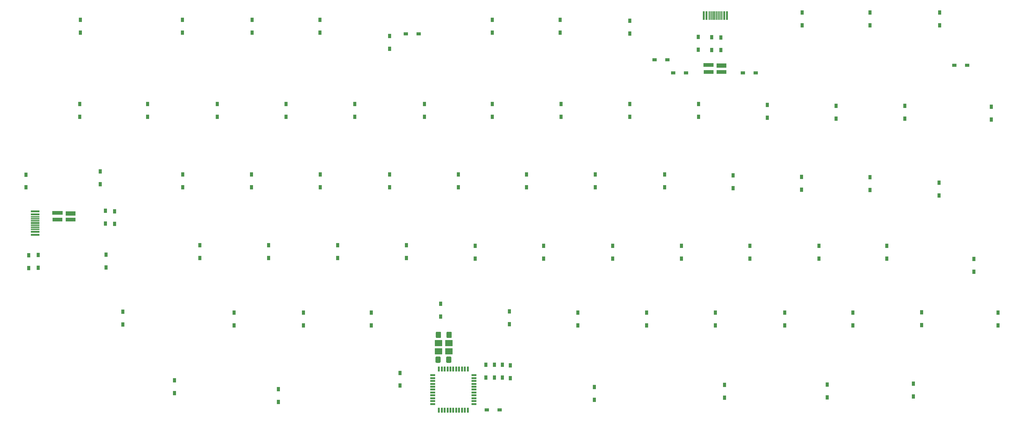
<source format=gbp>
%TF.GenerationSoftware,KiCad,Pcbnew,(5.1.6)-1*%
%TF.CreationDate,2020-07-30T22:43:25+09:00*%
%TF.ProjectId,keyboard_v2,6b657962-6f61-4726-945f-76322e6b6963,rev?*%
%TF.SameCoordinates,Original*%
%TF.FileFunction,Paste,Bot*%
%TF.FilePolarity,Positive*%
%FSLAX46Y46*%
G04 Gerber Fmt 4.6, Leading zero omitted, Abs format (unit mm)*
G04 Created by KiCad (PCBNEW (5.1.6)-1) date 2020-07-30 22:43:25*
%MOMM*%
%LPD*%
G01*
G04 APERTURE LIST*
%ADD10R,0.600000X2.450000*%
%ADD11R,0.300000X2.450000*%
%ADD12R,0.950000X1.300000*%
%ADD13R,0.508000X1.473200*%
%ADD14R,1.473200X0.508000*%
%ADD15R,2.800000X1.200000*%
%ADD16R,2.800000X1.000000*%
%ADD17C,0.100000*%
%ADD18R,1.300000X0.950000*%
%ADD19R,2.450000X0.300000*%
%ADD20R,2.450000X0.600000*%
%ADD21R,2.100000X1.800000*%
G04 APERTURE END LIST*
D10*
%TO.C,USB2*%
X506104200Y83696400D03*
X499654200Y83696400D03*
X505329200Y83696400D03*
X500429200Y83696400D03*
D11*
X501129200Y83696400D03*
X504629200Y83696400D03*
X501629200Y83696400D03*
X504129200Y83696400D03*
X502129200Y83696400D03*
X503629200Y83696400D03*
X503129200Y83696400D03*
X502629200Y83696400D03*
%TD*%
%TO.C,C1*%
G36*
G01*
X425397500Y-5555000D02*
X425397500Y-4305000D01*
G75*
G02*
X425647500Y-4055000I250000J0D01*
G01*
X426572500Y-4055000D01*
G75*
G02*
X426822500Y-4305000I0J-250000D01*
G01*
X426822500Y-5555000D01*
G75*
G02*
X426572500Y-5805000I-250000J0D01*
G01*
X425647500Y-5805000D01*
G75*
G02*
X425397500Y-5555000I0J250000D01*
G01*
G37*
G36*
G01*
X428372500Y-5555000D02*
X428372500Y-4305000D01*
G75*
G02*
X428622500Y-4055000I250000J0D01*
G01*
X429547500Y-4055000D01*
G75*
G02*
X429797500Y-4305000I0J-250000D01*
G01*
X429797500Y-5555000D01*
G75*
G02*
X429547500Y-5805000I-250000J0D01*
G01*
X428622500Y-5805000D01*
G75*
G02*
X428372500Y-5555000I0J250000D01*
G01*
G37*
%TD*%
D12*
%TO.C,R1*%
X333850000Y29505000D03*
X333850000Y25955000D03*
%TD*%
D13*
%TO.C,U1*%
X426247400Y-25863000D03*
X427034800Y-25863000D03*
X427847600Y-25863000D03*
X428635000Y-25863000D03*
X429447800Y-25863000D03*
X430235200Y-25863000D03*
X431022600Y-25863000D03*
X431835400Y-25863000D03*
X432622800Y-25863000D03*
X433435600Y-25863000D03*
X434223000Y-25863000D03*
D14*
X435975600Y-24110400D03*
X435975600Y-23323000D03*
X435975600Y-22510200D03*
X435975600Y-21722800D03*
X435975600Y-20910000D03*
X435975600Y-20122600D03*
X435975600Y-19335200D03*
X435975600Y-18522400D03*
X435975600Y-17735000D03*
X435975600Y-16922200D03*
X435975600Y-16134800D03*
D13*
X434223000Y-14382200D03*
X433435600Y-14382200D03*
X432622800Y-14382200D03*
X431835400Y-14382200D03*
X431022600Y-14382200D03*
X430235200Y-14382200D03*
X429447800Y-14382200D03*
X428635000Y-14382200D03*
X427847600Y-14382200D03*
X427034800Y-14382200D03*
X426247400Y-14382200D03*
D14*
X424494800Y-16134800D03*
X424494800Y-16922200D03*
X424494800Y-17735000D03*
X424494800Y-18522400D03*
X424494800Y-19335200D03*
X424494800Y-20122600D03*
X424494800Y-20910000D03*
X424494800Y-21722800D03*
X424494800Y-22510200D03*
X424494800Y-23323000D03*
X424494800Y-24110400D03*
%TD*%
D15*
%TO.C,D74*%
X504572200Y69794400D03*
D16*
X504572200Y68074400D03*
X500972200Y68074400D03*
D17*
G36*
X499572200Y70474400D02*
G01*
X502372200Y70474400D01*
X502372200Y69474400D01*
X499572200Y69474400D01*
X499572200Y70474400D01*
G37*
%TD*%
D18*
%TO.C,R8*%
X443087300Y-25768300D03*
X439537300Y-25768300D03*
%TD*%
D12*
%TO.C,C3*%
X415508440Y-19021600D03*
X415508440Y-15471600D03*
%TD*%
%TO.C,R2*%
X336430000Y29405000D03*
X336430000Y25855000D03*
%TD*%
%TO.C,D5*%
X412582200Y78070800D03*
X412582200Y74520800D03*
%TD*%
D18*
%TO.C,R7*%
X510502200Y67761400D03*
X514052200Y67761400D03*
%TD*%
D12*
%TO.C,D45*%
X436305800Y19806200D03*
X436305800Y16256200D03*
%TD*%
%TO.C,D44*%
X417255800Y19927200D03*
X417255800Y16377200D03*
%TD*%
%TO.C,D41*%
X359978800Y19930200D03*
X359978800Y16380200D03*
%TD*%
%TO.C,D42*%
X379028800Y19930200D03*
X379028800Y16380200D03*
%TD*%
%TO.C,D40*%
X564829800Y37329200D03*
X564829800Y33779200D03*
%TD*%
%TO.C,D39*%
X545652800Y38853200D03*
X545652800Y35303200D03*
%TD*%
%TO.C,D43*%
X398205800Y19930200D03*
X398205800Y16380200D03*
%TD*%
%TO.C,D37*%
X507743300Y39358200D03*
X507743300Y35808200D03*
%TD*%
%TO.C,D27*%
X579307800Y58411200D03*
X579307800Y54861200D03*
%TD*%
%TO.C,D30*%
X374329800Y39615200D03*
X374329800Y36065200D03*
%TD*%
%TO.C,D24*%
X517204800Y58919200D03*
X517204800Y55369200D03*
%TD*%
%TO.C,D25*%
X536254800Y58665200D03*
X536254800Y55115200D03*
%TD*%
%TO.C,D23*%
X498154800Y59173200D03*
X498154800Y55623200D03*
%TD*%
%TO.C,D29*%
X355279800Y39615200D03*
X355279800Y36065200D03*
%TD*%
%TO.C,D26*%
X555304800Y58665200D03*
X555304800Y55115200D03*
%TD*%
%TO.C,D22*%
X479104800Y59173200D03*
X479104800Y55623200D03*
%TD*%
%TO.C,D21*%
X460054800Y59173200D03*
X460054800Y55623200D03*
%TD*%
%TO.C,D20*%
X441004800Y59173200D03*
X441004800Y55623200D03*
%TD*%
%TO.C,D19*%
X422208800Y59173200D03*
X422208800Y55623200D03*
%TD*%
%TO.C,D28*%
X332400000Y40475000D03*
X332400000Y36925000D03*
%TD*%
%TO.C,D18*%
X402904800Y59173200D03*
X402904800Y55623200D03*
%TD*%
%TO.C,D32*%
X412556800Y39615200D03*
X412556800Y36065200D03*
%TD*%
%TO.C,D38*%
X526729800Y38916700D03*
X526729800Y35366700D03*
%TD*%
%TO.C,D31*%
X393379800Y39615200D03*
X393379800Y36065200D03*
%TD*%
%TO.C,D33*%
X431606800Y39615200D03*
X431606800Y36065200D03*
%TD*%
%TO.C,D2*%
X355152800Y82541200D03*
X355152800Y78991200D03*
%TD*%
D18*
%TO.C,D13*%
X572599200Y69920400D03*
X569049200Y69920400D03*
%TD*%
D12*
%TO.C,D17*%
X383854800Y59173200D03*
X383854800Y55623200D03*
%TD*%
%TO.C,D8*%
X479143060Y82287920D03*
X479143060Y78737920D03*
%TD*%
%TO.C,D3*%
X374482200Y82541200D03*
X374482200Y78991200D03*
%TD*%
%TO.C,D6*%
X441004800Y82541200D03*
X441004800Y78991200D03*
%TD*%
%TO.C,D15*%
X345500800Y59173200D03*
X345500800Y55623200D03*
%TD*%
%TO.C,C7*%
X441592460Y-13262760D03*
X441592460Y-16812760D03*
%TD*%
%TO.C,C6*%
X443794640Y-13262760D03*
X443794640Y-16812760D03*
%TD*%
%TO.C,D7*%
X459800800Y82541200D03*
X459800800Y78991200D03*
%TD*%
%TO.C,D4*%
X393252800Y82541200D03*
X393252800Y78991200D03*
%TD*%
%TO.C,D1*%
X326933400Y82541200D03*
X326933400Y78991200D03*
%TD*%
%TO.C,D14*%
X326704800Y59173200D03*
X326704800Y55623200D03*
%TD*%
%TO.C,D10*%
X526856800Y84573200D03*
X526856800Y81023200D03*
%TD*%
%TO.C,D16*%
X364804800Y59173200D03*
X364804800Y55623200D03*
%TD*%
%TO.C,D12*%
X564956800Y84573200D03*
X564956800Y81023200D03*
%TD*%
D18*
%TO.C,D9*%
X489541200Y71444400D03*
X485991200Y71444400D03*
%TD*%
D12*
%TO.C,D11*%
X545652800Y84573200D03*
X545652800Y81023200D03*
%TD*%
%TO.C,D48*%
X493455800Y16253200D03*
X493455800Y19803200D03*
%TD*%
%TO.C,D53*%
X334000000Y17375000D03*
X334000000Y13825000D03*
%TD*%
%TO.C,D55*%
X388680800Y1258200D03*
X388680800Y-2291800D03*
%TD*%
%TO.C,D56*%
X407476800Y1261200D03*
X407476800Y-2288800D03*
%TD*%
%TO.C,D57*%
X426700000Y125000D03*
X426700000Y3675000D03*
%TD*%
%TO.C,D49*%
X512378800Y19803200D03*
X512378800Y16253200D03*
%TD*%
%TO.C,D58*%
X445754600Y-1933200D03*
X445754600Y1616800D03*
%TD*%
%TO.C,D46*%
X455228800Y19800200D03*
X455228800Y16250200D03*
%TD*%
%TO.C,D47*%
X474405800Y16250200D03*
X474405800Y19800200D03*
%TD*%
%TO.C,C4*%
X446060000Y-13385000D03*
X446060000Y-16935000D03*
%TD*%
%TO.C,D51*%
X550351800Y16253200D03*
X550351800Y19803200D03*
%TD*%
%TO.C,C5*%
X439244740Y-13208460D03*
X439244740Y-16758460D03*
%TD*%
%TO.C,D50*%
X531555800Y16250200D03*
X531555800Y19800200D03*
%TD*%
%TO.C,D54*%
X369503800Y1261200D03*
X369503800Y-2288800D03*
%TD*%
%TO.C,D52*%
X574481800Y16120200D03*
X574481800Y12570200D03*
%TD*%
%TO.C,R4*%
X315250000Y17225000D03*
X315250000Y13675000D03*
%TD*%
D19*
%TO.C,USB1*%
X314351200Y25855400D03*
X314351200Y26355400D03*
X314351200Y26855400D03*
X314351200Y25355400D03*
X314351200Y27355400D03*
X314351200Y24855400D03*
X314351200Y27855400D03*
X314351200Y24355400D03*
D20*
X314351200Y23655400D03*
X314351200Y28555400D03*
X314351200Y22880400D03*
X314351200Y29330400D03*
%TD*%
D17*
%TO.C,D73*%
G36*
X319158000Y29463000D02*
G01*
X321958000Y29463000D01*
X321958000Y28463000D01*
X319158000Y28463000D01*
X319158000Y29463000D01*
G37*
D16*
X320558000Y27063000D03*
X324158000Y27063000D03*
D15*
X324158000Y28783000D03*
%TD*%
D12*
%TO.C,D66*%
X338642800Y-2034800D03*
X338642800Y1515200D03*
%TD*%
%TO.C,D67*%
X352943000Y-21110200D03*
X352943000Y-17560200D03*
%TD*%
%TO.C,D35*%
X469579800Y39615200D03*
X469579800Y36065200D03*
%TD*%
%TO.C,F4*%
X498100000Y74225000D03*
X498100000Y77775000D03*
%TD*%
%TO.C,D63*%
X540953800Y1261200D03*
X540953800Y-2288800D03*
%TD*%
D18*
%TO.C,R3*%
X417114200Y78667400D03*
X420664200Y78667400D03*
%TD*%
D12*
%TO.C,D36*%
X488756800Y39615200D03*
X488756800Y36065200D03*
%TD*%
%TO.C,D34*%
X450529800Y36065200D03*
X450529800Y39615200D03*
%TD*%
%TO.C,D68*%
X381798000Y-23587000D03*
X381798000Y-20037000D03*
%TD*%
%TO.C,R5*%
X311871200Y39564400D03*
X311871200Y36014400D03*
%TD*%
%TO.C,R9*%
X501863200Y77667400D03*
X501863200Y74117400D03*
%TD*%
%TO.C,R10*%
X504403200Y74114400D03*
X504403200Y77664400D03*
%TD*%
%TO.C,D62*%
X522030800Y-2288800D03*
X522030800Y1261200D03*
%TD*%
%TO.C,D72*%
X557692400Y-18500000D03*
X557692400Y-22050000D03*
%TD*%
%TO.C,D61*%
X502853800Y1261200D03*
X502853800Y-2288800D03*
%TD*%
%TO.C,D59*%
X464753800Y-2288800D03*
X464753800Y1261200D03*
%TD*%
%TO.C,F3*%
X312580000Y17175000D03*
X312580000Y13625000D03*
%TD*%
%TO.C,D60*%
X483803800Y1261200D03*
X483803800Y-2288800D03*
%TD*%
%TO.C,D64*%
X560003800Y1334400D03*
X560003800Y-2215600D03*
%TD*%
%TO.C,D65*%
X581146000Y-2319600D03*
X581146000Y1230400D03*
%TD*%
D18*
%TO.C,R6*%
X491198200Y67761400D03*
X494748200Y67761400D03*
%TD*%
D12*
%TO.C,D69*%
X469323420Y-22930660D03*
X469323420Y-19380660D03*
%TD*%
%TO.C,D70*%
X505378000Y-22362000D03*
X505378000Y-18812000D03*
%TD*%
%TO.C,D71*%
X533838000Y-18762000D03*
X533838000Y-22312000D03*
%TD*%
D21*
%TO.C,Y1*%
X426100000Y-7210000D03*
X429000000Y-7210000D03*
X429000000Y-9510000D03*
X426100000Y-9510000D03*
%TD*%
%TO.C,C2*%
G36*
G01*
X429690000Y-11185000D02*
X429690000Y-12435000D01*
G75*
G02*
X429440000Y-12685000I-250000J0D01*
G01*
X428515000Y-12685000D01*
G75*
G02*
X428265000Y-12435000I0J250000D01*
G01*
X428265000Y-11185000D01*
G75*
G02*
X428515000Y-10935000I250000J0D01*
G01*
X429440000Y-10935000D01*
G75*
G02*
X429690000Y-11185000I0J-250000D01*
G01*
G37*
G36*
G01*
X426715000Y-11185000D02*
X426715000Y-12435000D01*
G75*
G02*
X426465000Y-12685000I-250000J0D01*
G01*
X425540000Y-12685000D01*
G75*
G02*
X425290000Y-12435000I0J250000D01*
G01*
X425290000Y-11185000D01*
G75*
G02*
X425540000Y-10935000I250000J0D01*
G01*
X426465000Y-10935000D01*
G75*
G02*
X426715000Y-11185000I0J-250000D01*
G01*
G37*
%TD*%
M02*

</source>
